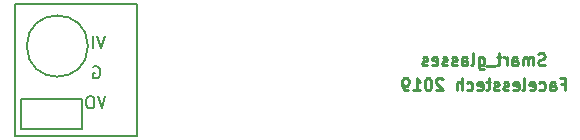
<source format=gbr>
G04 #@! TF.GenerationSoftware,KiCad,Pcbnew,5.0.2+dfsg1-1~bpo9+1*
G04 #@! TF.CreationDate,2019-04-13T15:56:37+01:00*
G04 #@! TF.ProjectId,smart_glasses,736d6172-745f-4676-9c61-737365732e6b,rev?*
G04 #@! TF.SameCoordinates,Original*
G04 #@! TF.FileFunction,Legend,Bot*
G04 #@! TF.FilePolarity,Positive*
%FSLAX46Y46*%
G04 Gerber Fmt 4.6, Leading zero omitted, Abs format (unit mm)*
G04 Created by KiCad (PCBNEW 5.0.2+dfsg1-1~bpo9+1) date Sat 13 Apr 2019 15:56:37 BST*
%MOMM*%
%LPD*%
G01*
G04 APERTURE LIST*
%ADD10C,0.250000*%
%ADD11C,0.150000*%
G04 APERTURE END LIST*
D10*
X148217876Y-77620761D02*
X148075019Y-77668380D01*
X147836923Y-77668380D01*
X147741685Y-77620761D01*
X147694066Y-77573142D01*
X147646447Y-77477904D01*
X147646447Y-77382666D01*
X147694066Y-77287428D01*
X147741685Y-77239809D01*
X147836923Y-77192190D01*
X148027400Y-77144571D01*
X148122638Y-77096952D01*
X148170257Y-77049333D01*
X148217876Y-76954095D01*
X148217876Y-76858857D01*
X148170257Y-76763619D01*
X148122638Y-76716000D01*
X148027400Y-76668380D01*
X147789304Y-76668380D01*
X147646447Y-76716000D01*
X147217876Y-77668380D02*
X147217876Y-77001714D01*
X147217876Y-77096952D02*
X147170257Y-77049333D01*
X147075019Y-77001714D01*
X146932161Y-77001714D01*
X146836923Y-77049333D01*
X146789304Y-77144571D01*
X146789304Y-77668380D01*
X146789304Y-77144571D02*
X146741685Y-77049333D01*
X146646447Y-77001714D01*
X146503590Y-77001714D01*
X146408352Y-77049333D01*
X146360733Y-77144571D01*
X146360733Y-77668380D01*
X145455971Y-77668380D02*
X145455971Y-77144571D01*
X145503590Y-77049333D01*
X145598828Y-77001714D01*
X145789304Y-77001714D01*
X145884542Y-77049333D01*
X145455971Y-77620761D02*
X145551209Y-77668380D01*
X145789304Y-77668380D01*
X145884542Y-77620761D01*
X145932161Y-77525523D01*
X145932161Y-77430285D01*
X145884542Y-77335047D01*
X145789304Y-77287428D01*
X145551209Y-77287428D01*
X145455971Y-77239809D01*
X144979780Y-77668380D02*
X144979780Y-77001714D01*
X144979780Y-77192190D02*
X144932161Y-77096952D01*
X144884542Y-77049333D01*
X144789304Y-77001714D01*
X144694066Y-77001714D01*
X144503590Y-77001714D02*
X144122638Y-77001714D01*
X144360733Y-76668380D02*
X144360733Y-77525523D01*
X144313114Y-77620761D01*
X144217876Y-77668380D01*
X144122638Y-77668380D01*
X144027400Y-77763619D02*
X143265495Y-77763619D01*
X142598828Y-77001714D02*
X142598828Y-77811238D01*
X142646447Y-77906476D01*
X142694066Y-77954095D01*
X142789304Y-78001714D01*
X142932161Y-78001714D01*
X143027400Y-77954095D01*
X142598828Y-77620761D02*
X142694066Y-77668380D01*
X142884542Y-77668380D01*
X142979780Y-77620761D01*
X143027400Y-77573142D01*
X143075019Y-77477904D01*
X143075019Y-77192190D01*
X143027400Y-77096952D01*
X142979780Y-77049333D01*
X142884542Y-77001714D01*
X142694066Y-77001714D01*
X142598828Y-77049333D01*
X141979780Y-77668380D02*
X142075019Y-77620761D01*
X142122638Y-77525523D01*
X142122638Y-76668380D01*
X141170257Y-77668380D02*
X141170257Y-77144571D01*
X141217876Y-77049333D01*
X141313114Y-77001714D01*
X141503590Y-77001714D01*
X141598828Y-77049333D01*
X141170257Y-77620761D02*
X141265495Y-77668380D01*
X141503590Y-77668380D01*
X141598828Y-77620761D01*
X141646447Y-77525523D01*
X141646447Y-77430285D01*
X141598828Y-77335047D01*
X141503590Y-77287428D01*
X141265495Y-77287428D01*
X141170257Y-77239809D01*
X140741685Y-77620761D02*
X140646447Y-77668380D01*
X140455971Y-77668380D01*
X140360733Y-77620761D01*
X140313114Y-77525523D01*
X140313114Y-77477904D01*
X140360733Y-77382666D01*
X140455971Y-77335047D01*
X140598828Y-77335047D01*
X140694066Y-77287428D01*
X140741685Y-77192190D01*
X140741685Y-77144571D01*
X140694066Y-77049333D01*
X140598828Y-77001714D01*
X140455971Y-77001714D01*
X140360733Y-77049333D01*
X139932161Y-77620761D02*
X139836923Y-77668380D01*
X139646447Y-77668380D01*
X139551209Y-77620761D01*
X139503590Y-77525523D01*
X139503590Y-77477904D01*
X139551209Y-77382666D01*
X139646447Y-77335047D01*
X139789304Y-77335047D01*
X139884542Y-77287428D01*
X139932161Y-77192190D01*
X139932161Y-77144571D01*
X139884542Y-77049333D01*
X139789304Y-77001714D01*
X139646447Y-77001714D01*
X139551209Y-77049333D01*
X138694066Y-77620761D02*
X138789304Y-77668380D01*
X138979780Y-77668380D01*
X139075019Y-77620761D01*
X139122638Y-77525523D01*
X139122638Y-77144571D01*
X139075019Y-77049333D01*
X138979780Y-77001714D01*
X138789304Y-77001714D01*
X138694066Y-77049333D01*
X138646447Y-77144571D01*
X138646447Y-77239809D01*
X139122638Y-77335047D01*
X138265495Y-77620761D02*
X138170257Y-77668380D01*
X137979780Y-77668380D01*
X137884542Y-77620761D01*
X137836923Y-77525523D01*
X137836923Y-77477904D01*
X137884542Y-77382666D01*
X137979780Y-77335047D01*
X138122638Y-77335047D01*
X138217876Y-77287428D01*
X138265495Y-77192190D01*
X138265495Y-77144571D01*
X138217876Y-77049333D01*
X138122638Y-77001714D01*
X137979780Y-77001714D01*
X137884542Y-77049333D01*
X149600419Y-79252771D02*
X149933752Y-79252771D01*
X149933752Y-79776580D02*
X149933752Y-78776580D01*
X149457561Y-78776580D01*
X148648038Y-79776580D02*
X148648038Y-79252771D01*
X148695657Y-79157533D01*
X148790895Y-79109914D01*
X148981371Y-79109914D01*
X149076609Y-79157533D01*
X148648038Y-79728961D02*
X148743276Y-79776580D01*
X148981371Y-79776580D01*
X149076609Y-79728961D01*
X149124228Y-79633723D01*
X149124228Y-79538485D01*
X149076609Y-79443247D01*
X148981371Y-79395628D01*
X148743276Y-79395628D01*
X148648038Y-79348009D01*
X147743276Y-79728961D02*
X147838514Y-79776580D01*
X148028990Y-79776580D01*
X148124228Y-79728961D01*
X148171847Y-79681342D01*
X148219466Y-79586104D01*
X148219466Y-79300390D01*
X148171847Y-79205152D01*
X148124228Y-79157533D01*
X148028990Y-79109914D01*
X147838514Y-79109914D01*
X147743276Y-79157533D01*
X146933752Y-79728961D02*
X147028990Y-79776580D01*
X147219466Y-79776580D01*
X147314704Y-79728961D01*
X147362323Y-79633723D01*
X147362323Y-79252771D01*
X147314704Y-79157533D01*
X147219466Y-79109914D01*
X147028990Y-79109914D01*
X146933752Y-79157533D01*
X146886133Y-79252771D01*
X146886133Y-79348009D01*
X147362323Y-79443247D01*
X146314704Y-79776580D02*
X146409942Y-79728961D01*
X146457561Y-79633723D01*
X146457561Y-78776580D01*
X145552800Y-79728961D02*
X145648038Y-79776580D01*
X145838514Y-79776580D01*
X145933752Y-79728961D01*
X145981371Y-79633723D01*
X145981371Y-79252771D01*
X145933752Y-79157533D01*
X145838514Y-79109914D01*
X145648038Y-79109914D01*
X145552800Y-79157533D01*
X145505180Y-79252771D01*
X145505180Y-79348009D01*
X145981371Y-79443247D01*
X145124228Y-79728961D02*
X145028990Y-79776580D01*
X144838514Y-79776580D01*
X144743276Y-79728961D01*
X144695657Y-79633723D01*
X144695657Y-79586104D01*
X144743276Y-79490866D01*
X144838514Y-79443247D01*
X144981371Y-79443247D01*
X145076609Y-79395628D01*
X145124228Y-79300390D01*
X145124228Y-79252771D01*
X145076609Y-79157533D01*
X144981371Y-79109914D01*
X144838514Y-79109914D01*
X144743276Y-79157533D01*
X144314704Y-79728961D02*
X144219466Y-79776580D01*
X144028990Y-79776580D01*
X143933752Y-79728961D01*
X143886133Y-79633723D01*
X143886133Y-79586104D01*
X143933752Y-79490866D01*
X144028990Y-79443247D01*
X144171847Y-79443247D01*
X144267085Y-79395628D01*
X144314704Y-79300390D01*
X144314704Y-79252771D01*
X144267085Y-79157533D01*
X144171847Y-79109914D01*
X144028990Y-79109914D01*
X143933752Y-79157533D01*
X143600419Y-79109914D02*
X143219466Y-79109914D01*
X143457561Y-78776580D02*
X143457561Y-79633723D01*
X143409942Y-79728961D01*
X143314704Y-79776580D01*
X143219466Y-79776580D01*
X142505180Y-79728961D02*
X142600419Y-79776580D01*
X142790895Y-79776580D01*
X142886133Y-79728961D01*
X142933752Y-79633723D01*
X142933752Y-79252771D01*
X142886133Y-79157533D01*
X142790895Y-79109914D01*
X142600419Y-79109914D01*
X142505180Y-79157533D01*
X142457561Y-79252771D01*
X142457561Y-79348009D01*
X142933752Y-79443247D01*
X141600419Y-79728961D02*
X141695657Y-79776580D01*
X141886133Y-79776580D01*
X141981371Y-79728961D01*
X142028990Y-79681342D01*
X142076609Y-79586104D01*
X142076609Y-79300390D01*
X142028990Y-79205152D01*
X141981371Y-79157533D01*
X141886133Y-79109914D01*
X141695657Y-79109914D01*
X141600419Y-79157533D01*
X141171847Y-79776580D02*
X141171847Y-78776580D01*
X140743276Y-79776580D02*
X140743276Y-79252771D01*
X140790895Y-79157533D01*
X140886133Y-79109914D01*
X141028990Y-79109914D01*
X141124228Y-79157533D01*
X141171847Y-79205152D01*
X139552800Y-78871819D02*
X139505180Y-78824200D01*
X139409942Y-78776580D01*
X139171847Y-78776580D01*
X139076609Y-78824200D01*
X139028990Y-78871819D01*
X138981371Y-78967057D01*
X138981371Y-79062295D01*
X139028990Y-79205152D01*
X139600419Y-79776580D01*
X138981371Y-79776580D01*
X138362323Y-78776580D02*
X138267085Y-78776580D01*
X138171847Y-78824200D01*
X138124228Y-78871819D01*
X138076609Y-78967057D01*
X138028990Y-79157533D01*
X138028990Y-79395628D01*
X138076609Y-79586104D01*
X138124228Y-79681342D01*
X138171847Y-79728961D01*
X138267085Y-79776580D01*
X138362323Y-79776580D01*
X138457561Y-79728961D01*
X138505180Y-79681342D01*
X138552800Y-79586104D01*
X138600419Y-79395628D01*
X138600419Y-79157533D01*
X138552800Y-78967057D01*
X138505180Y-78871819D01*
X138457561Y-78824200D01*
X138362323Y-78776580D01*
X137076609Y-79776580D02*
X137648038Y-79776580D01*
X137362323Y-79776580D02*
X137362323Y-78776580D01*
X137457561Y-78919438D01*
X137552800Y-79014676D01*
X137648038Y-79062295D01*
X136600419Y-79776580D02*
X136409942Y-79776580D01*
X136314704Y-79728961D01*
X136267085Y-79681342D01*
X136171847Y-79538485D01*
X136124228Y-79348009D01*
X136124228Y-78967057D01*
X136171847Y-78871819D01*
X136219466Y-78824200D01*
X136314704Y-78776580D01*
X136505180Y-78776580D01*
X136600419Y-78824200D01*
X136648038Y-78871819D01*
X136695657Y-78967057D01*
X136695657Y-79205152D01*
X136648038Y-79300390D01*
X136600419Y-79348009D01*
X136505180Y-79395628D01*
X136314704Y-79395628D01*
X136219466Y-79348009D01*
X136171847Y-79300390D01*
X136124228Y-79205152D01*
D11*
G04 #@! TO.C,U2*
X113690400Y-83642200D02*
X103327200Y-83642200D01*
X103327200Y-83642200D02*
X103327200Y-72466200D01*
X103327200Y-72466200D02*
X113690400Y-72466200D01*
X113690400Y-72466200D02*
X113690400Y-83642200D01*
X109525795Y-76047600D02*
G75*
G03X109525795Y-76047600I-2591298J0D01*
G01*
X109004100Y-80566260D02*
X103873300Y-80566260D01*
X103873300Y-80566260D02*
X103873300Y-83030060D01*
X103873300Y-83030060D02*
X109004100Y-83030060D01*
X109004100Y-83030060D02*
X109004100Y-80566260D01*
X110969988Y-75215500D02*
X110636655Y-76215500D01*
X110303321Y-75215500D01*
X109969988Y-76215500D02*
X109969988Y-75215500D01*
X111011862Y-80310740D02*
X110678529Y-81310740D01*
X110345196Y-80310740D01*
X109821386Y-80310740D02*
X109630910Y-80310740D01*
X109535672Y-80358360D01*
X109440434Y-80453598D01*
X109392815Y-80644074D01*
X109392815Y-80977407D01*
X109440434Y-81167883D01*
X109535672Y-81263121D01*
X109630910Y-81310740D01*
X109821386Y-81310740D01*
X109916624Y-81263121D01*
X110011862Y-81167883D01*
X110059481Y-80977407D01*
X110059481Y-80644074D01*
X110011862Y-80453598D01*
X109916624Y-80358360D01*
X109821386Y-80310740D01*
X109991875Y-77815820D02*
X110087113Y-77768200D01*
X110229970Y-77768200D01*
X110372827Y-77815820D01*
X110468065Y-77911058D01*
X110515684Y-78006296D01*
X110563303Y-78196772D01*
X110563303Y-78339629D01*
X110515684Y-78530105D01*
X110468065Y-78625343D01*
X110372827Y-78720581D01*
X110229970Y-78768200D01*
X110134732Y-78768200D01*
X109991875Y-78720581D01*
X109944256Y-78672962D01*
X109944256Y-78339629D01*
X110134732Y-78339629D01*
G04 #@! TD*
M02*

</source>
